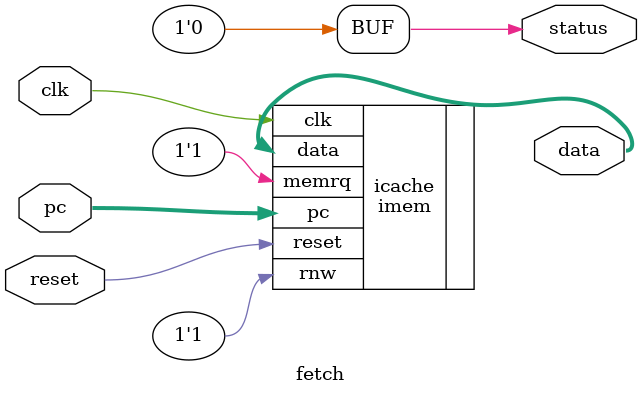
<source format=v>
module fetch(
    input clk,    
    input reset,
    input [31:0] pc,
    output [31:0] data,
    output status
);

    assign status = 2'b0;
    imem icache(.reset(reset), .clk(clk), .memrq(1'b1), .rnw(1'b1), .pc(pc), .data(data));

endmodule
</source>
